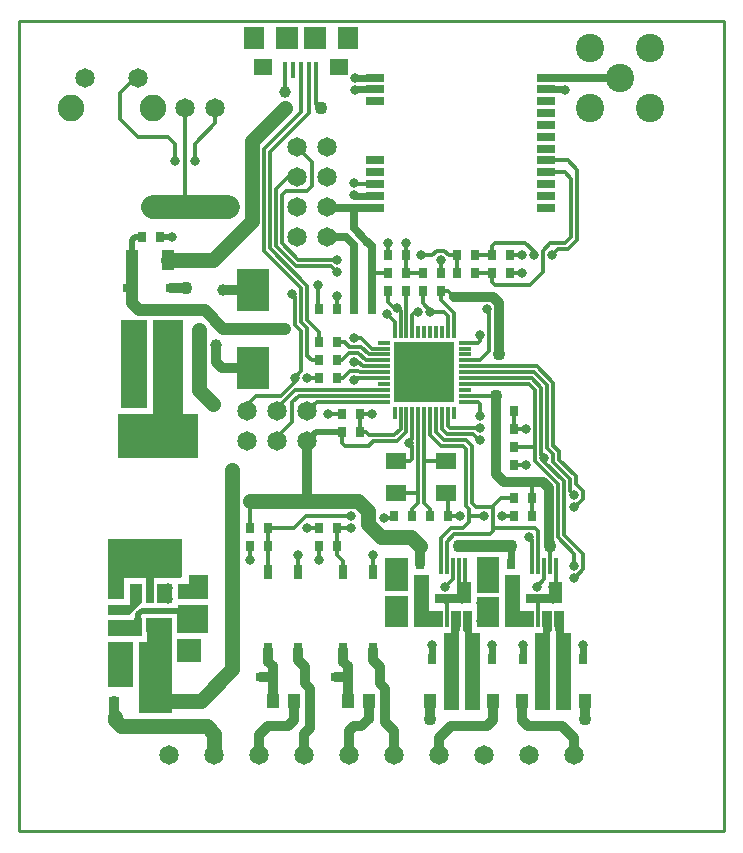
<source format=gbr>
G04 EAGLE Gerber RS-274X export*
G75*
%MOMM*%
%FSLAX34Y34*%
%LPD*%
%INTop Copper*%
%IPPOS*%
%AMOC8*
5,1,8,0,0,1.08239X$1,22.5*%
G01*
%ADD10R,0.762000X0.889000*%
%ADD11C,1.650000*%
%ADD12C,2.400000*%
%ADD13R,0.889000X0.762000*%
%ADD14R,1.016000X1.778000*%
%ADD15R,1.016000X0.304800*%
%ADD16R,0.304800X1.016000*%
%ADD17R,5.080000X5.080000*%
%ADD18R,0.762000X1.270000*%
%ADD19R,1.524000X0.700000*%
%ADD20R,1.016000X1.270000*%
%ADD21R,1.651000X1.397000*%
%ADD22R,1.800000X1.900000*%
%ADD23R,1.900000X1.900000*%
%ADD24R,1.600000X1.400000*%
%ADD25R,0.400000X1.400000*%
%ADD26R,2.794000X3.556000*%
%ADD27R,0.635000X1.143000*%
%ADD28R,5.461000X3.302000*%
%ADD29R,0.300000X1.397000*%
%ADD30C,2.250000*%
%ADD31C,0.806400*%
%ADD32C,0.304800*%
%ADD33C,1.006400*%
%ADD34C,0.609600*%
%ADD35C,0.508000*%
%ADD36C,0.685800*%
%ADD37C,0.812800*%
%ADD38C,1.106400*%
%ADD39C,0.762000*%
%ADD40C,1.016000*%
%ADD41C,1.270000*%
%ADD42C,2.032000*%
%ADD43C,0.635000*%
%ADD44C,0.254000*%

G36*
X151135Y316229D02*
X151135Y316229D01*
X151135Y316230D01*
X151135Y353060D01*
X151131Y353065D01*
X151130Y353065D01*
X138435Y353065D01*
X138435Y433070D01*
X138431Y433075D01*
X138430Y433075D01*
X113030Y433075D01*
X113025Y433071D01*
X113025Y433070D01*
X113025Y353065D01*
X83820Y353065D01*
X83815Y353061D01*
X83815Y353060D01*
X83815Y316230D01*
X83819Y316225D01*
X83820Y316225D01*
X151130Y316225D01*
X151135Y316229D01*
G37*
G36*
X88905Y196849D02*
X88905Y196849D01*
X88905Y196850D01*
X88905Y214625D01*
X137160Y214625D01*
X137165Y214629D01*
X137165Y214630D01*
X137165Y247650D01*
X137161Y247655D01*
X137160Y247655D01*
X74930Y247655D01*
X74925Y247651D01*
X74925Y247650D01*
X74925Y196850D01*
X74929Y196845D01*
X74930Y196845D01*
X88900Y196845D01*
X88905Y196849D01*
G37*
G36*
X129545Y100329D02*
X129545Y100329D01*
X129545Y100330D01*
X129545Y180340D01*
X129541Y180345D01*
X129540Y180345D01*
X107950Y180345D01*
X107945Y180341D01*
X107945Y180340D01*
X107945Y160025D01*
X101600Y160025D01*
X101595Y160021D01*
X101595Y160020D01*
X101595Y100330D01*
X101599Y100325D01*
X101600Y100325D01*
X129540Y100325D01*
X129545Y100329D01*
G37*
G36*
X107955Y358139D02*
X107955Y358139D01*
X107955Y358140D01*
X107955Y433070D01*
X107951Y433075D01*
X107950Y433075D01*
X86360Y433075D01*
X86355Y433071D01*
X86355Y433070D01*
X86355Y358140D01*
X86359Y358135D01*
X86360Y358135D01*
X107950Y358135D01*
X107955Y358139D01*
G37*
G36*
X389895Y102869D02*
X389895Y102869D01*
X389895Y102870D01*
X389895Y167640D01*
X389891Y167645D01*
X389890Y167645D01*
X383545Y167645D01*
X383545Y186690D01*
X383541Y186695D01*
X383540Y186695D01*
X375920Y186695D01*
X375915Y186691D01*
X375915Y186690D01*
X375915Y170180D01*
X375917Y170178D01*
X375916Y170176D01*
X377185Y168908D01*
X377185Y102870D01*
X377189Y102865D01*
X377190Y102865D01*
X389890Y102865D01*
X389895Y102869D01*
G37*
G36*
X467365Y102869D02*
X467365Y102869D01*
X467365Y102870D01*
X467365Y167640D01*
X467361Y167645D01*
X467360Y167645D01*
X461015Y167645D01*
X461015Y186690D01*
X461011Y186695D01*
X461010Y186695D01*
X453390Y186695D01*
X453385Y186691D01*
X453385Y186690D01*
X453385Y170180D01*
X453387Y170178D01*
X453386Y170176D01*
X454655Y168908D01*
X454655Y102870D01*
X454659Y102865D01*
X454660Y102865D01*
X467360Y102865D01*
X467365Y102869D01*
G37*
G36*
X372115Y102869D02*
X372115Y102869D01*
X372115Y102870D01*
X372115Y168908D01*
X373384Y170176D01*
X373384Y170179D01*
X373385Y170180D01*
X373385Y186690D01*
X373381Y186695D01*
X373380Y186695D01*
X365760Y186695D01*
X365755Y186691D01*
X365755Y186690D01*
X365755Y167645D01*
X359410Y167645D01*
X359405Y167641D01*
X359405Y167640D01*
X359405Y102870D01*
X359409Y102865D01*
X359410Y102865D01*
X372110Y102865D01*
X372115Y102869D01*
G37*
G36*
X449585Y102869D02*
X449585Y102869D01*
X449585Y102870D01*
X449585Y168908D01*
X450854Y170176D01*
X450854Y170179D01*
X450855Y170180D01*
X450855Y186690D01*
X450851Y186695D01*
X450850Y186695D01*
X443230Y186695D01*
X443225Y186691D01*
X443225Y186690D01*
X443225Y167645D01*
X436880Y167645D01*
X436875Y167641D01*
X436875Y167640D01*
X436875Y102870D01*
X436879Y102865D01*
X436880Y102865D01*
X449580Y102865D01*
X449585Y102869D01*
G37*
G36*
X96525Y121919D02*
X96525Y121919D01*
X96525Y121920D01*
X96525Y160020D01*
X96521Y160025D01*
X96520Y160025D01*
X74930Y160025D01*
X74925Y160021D01*
X74925Y160020D01*
X74925Y121920D01*
X74929Y121915D01*
X74930Y121915D01*
X96520Y121915D01*
X96525Y121919D01*
G37*
G36*
X358145Y172719D02*
X358145Y172719D01*
X358145Y172720D01*
X358145Y186690D01*
X358141Y186695D01*
X358140Y186695D01*
X346715Y186695D01*
X346715Y217170D01*
X346711Y217175D01*
X346710Y217175D01*
X334010Y217175D01*
X334005Y217171D01*
X334005Y217170D01*
X334005Y172720D01*
X334009Y172715D01*
X334010Y172715D01*
X358140Y172715D01*
X358145Y172719D01*
G37*
G36*
X435615Y172719D02*
X435615Y172719D01*
X435615Y172720D01*
X435615Y186690D01*
X435611Y186695D01*
X435610Y186695D01*
X424185Y186695D01*
X424185Y217170D01*
X424181Y217175D01*
X424180Y217175D01*
X411480Y217175D01*
X411475Y217171D01*
X411475Y217170D01*
X411475Y172720D01*
X411479Y172715D01*
X411480Y172715D01*
X435610Y172715D01*
X435615Y172719D01*
G37*
G36*
X160025Y167639D02*
X160025Y167639D01*
X160025Y167640D01*
X160025Y191770D01*
X160021Y191775D01*
X160020Y191775D01*
X134620Y191775D01*
X134615Y191771D01*
X134615Y191770D01*
X134615Y184155D01*
X133350Y184155D01*
X133345Y184151D01*
X133345Y184150D01*
X133345Y167640D01*
X133349Y167635D01*
X133350Y167635D01*
X160020Y167635D01*
X160025Y167639D01*
G37*
G36*
X406405Y201929D02*
X406405Y201929D01*
X406405Y201930D01*
X406405Y232410D01*
X406401Y232415D01*
X406400Y232415D01*
X387350Y232415D01*
X387345Y232411D01*
X387345Y232410D01*
X387345Y201930D01*
X387349Y201925D01*
X387350Y201925D01*
X406400Y201925D01*
X406405Y201929D01*
G37*
G36*
X328935Y203199D02*
X328935Y203199D01*
X328935Y203200D01*
X328935Y231140D01*
X328931Y231145D01*
X328930Y231145D01*
X309880Y231145D01*
X309875Y231141D01*
X309875Y231140D01*
X309875Y203200D01*
X309879Y203195D01*
X309880Y203195D01*
X328930Y203195D01*
X328935Y203199D01*
G37*
G36*
X328935Y172719D02*
X328935Y172719D01*
X328935Y172720D01*
X328935Y199390D01*
X328931Y199395D01*
X328930Y199395D01*
X309880Y199395D01*
X309875Y199391D01*
X309875Y199390D01*
X309875Y172720D01*
X309879Y172715D01*
X309880Y172715D01*
X328930Y172715D01*
X328935Y172719D01*
G37*
G36*
X406405Y172719D02*
X406405Y172719D01*
X406405Y172720D01*
X406405Y198120D01*
X406401Y198125D01*
X406400Y198125D01*
X387350Y198125D01*
X387345Y198121D01*
X387345Y198120D01*
X387345Y172720D01*
X387349Y172715D01*
X387350Y172715D01*
X406400Y172715D01*
X406405Y172719D01*
G37*
G36*
X160025Y196849D02*
X160025Y196849D01*
X160025Y196850D01*
X160025Y217170D01*
X160021Y217175D01*
X160020Y217175D01*
X143510Y217175D01*
X143505Y217171D01*
X143505Y217170D01*
X143505Y209555D01*
X134620Y209555D01*
X134615Y209551D01*
X134615Y209550D01*
X134615Y196850D01*
X134619Y196845D01*
X134620Y196845D01*
X160020Y196845D01*
X160025Y196849D01*
G37*
G36*
X104145Y165099D02*
X104145Y165099D01*
X104145Y165100D01*
X104145Y179070D01*
X104141Y179075D01*
X104140Y179075D01*
X74930Y179075D01*
X74925Y179071D01*
X74925Y179070D01*
X74925Y165100D01*
X74929Y165095D01*
X74930Y165095D01*
X104140Y165095D01*
X104145Y165099D01*
G37*
G36*
X153675Y143509D02*
X153675Y143509D01*
X153675Y143510D01*
X153675Y162560D01*
X153671Y162565D01*
X153670Y162565D01*
X133350Y162565D01*
X133345Y162561D01*
X133345Y162560D01*
X133345Y143510D01*
X133349Y143505D01*
X133350Y143505D01*
X153670Y143505D01*
X153675Y143509D01*
G37*
G36*
X92712Y182877D02*
X92712Y182877D01*
X92714Y182876D01*
X104144Y194306D01*
X104144Y194309D01*
X104145Y194310D01*
X104145Y209550D01*
X104141Y209555D01*
X104140Y209555D01*
X93980Y209555D01*
X93975Y209551D01*
X93975Y209550D01*
X93975Y191775D01*
X74930Y191775D01*
X74925Y191771D01*
X74925Y191770D01*
X74925Y182880D01*
X74929Y182875D01*
X74930Y182875D01*
X92710Y182875D01*
X92712Y182877D01*
G37*
G36*
X382275Y193039D02*
X382275Y193039D01*
X382275Y193040D01*
X382275Y210820D01*
X382271Y210825D01*
X382270Y210825D01*
X370840Y210825D01*
X370835Y210821D01*
X370835Y210820D01*
X370835Y200665D01*
X351790Y200665D01*
X351785Y200661D01*
X351785Y200660D01*
X351785Y193040D01*
X351789Y193035D01*
X351790Y193035D01*
X382270Y193035D01*
X382275Y193039D01*
G37*
G36*
X459745Y193039D02*
X459745Y193039D01*
X459745Y193040D01*
X459745Y210820D01*
X459741Y210825D01*
X459740Y210825D01*
X448310Y210825D01*
X448305Y210821D01*
X448305Y210820D01*
X448305Y200665D01*
X429260Y200665D01*
X429255Y200661D01*
X429255Y200660D01*
X429255Y193040D01*
X429259Y193035D01*
X429260Y193035D01*
X459740Y193035D01*
X459745Y193039D01*
G37*
G36*
X129545Y193039D02*
X129545Y193039D01*
X129545Y193040D01*
X129545Y209550D01*
X129541Y209555D01*
X129540Y209555D01*
X116840Y209555D01*
X116835Y209551D01*
X116835Y209550D01*
X116835Y193040D01*
X116839Y193035D01*
X116840Y193035D01*
X129540Y193035D01*
X129545Y193039D01*
G37*
D10*
X419100Y340360D03*
X403860Y340360D03*
X119380Y502920D03*
X104140Y502920D03*
X283210Y487680D03*
X298450Y487680D03*
X283210Y472440D03*
X298450Y472440D03*
X356870Y472440D03*
X341630Y472440D03*
X419100Y355600D03*
X403860Y355600D03*
X317500Y266700D03*
X332740Y266700D03*
X363220Y266700D03*
X347980Y266700D03*
X312420Y457200D03*
X327660Y457200D03*
X254000Y383540D03*
X269240Y383540D03*
X273050Y353060D03*
X288290Y353060D03*
D11*
X218440Y330200D03*
X193040Y355600D03*
X193040Y330200D03*
X243840Y355600D03*
X243840Y330200D03*
X218440Y355600D03*
X234950Y502920D03*
X260350Y579120D03*
X260350Y553720D03*
X234950Y579120D03*
X234950Y553720D03*
X234950Y528320D03*
X260350Y528320D03*
X260350Y502920D03*
D12*
X508450Y637540D03*
X483050Y662940D03*
X483050Y612140D03*
X533850Y612140D03*
X533850Y662940D03*
D13*
X128905Y459740D03*
X92075Y459740D03*
X117475Y110490D03*
X80645Y110490D03*
D14*
X125730Y483870D03*
X95250Y483870D03*
D15*
X308610Y413620D03*
X308610Y408620D03*
X308610Y403620D03*
X308610Y398620D03*
X308610Y393620D03*
X308610Y388620D03*
X308610Y383620D03*
X308610Y378620D03*
X308610Y373620D03*
X308610Y368620D03*
X308610Y363620D03*
D16*
X317900Y354330D03*
X322900Y354330D03*
X327900Y354330D03*
X332900Y354330D03*
X337900Y354330D03*
X342900Y354330D03*
X347900Y354330D03*
X352900Y354330D03*
X357900Y354330D03*
X362900Y354330D03*
X367900Y354330D03*
D15*
X377190Y363620D03*
X377190Y368620D03*
X377190Y373620D03*
X377190Y378620D03*
X377190Y383620D03*
X377190Y388620D03*
X377190Y393620D03*
X377190Y398620D03*
X377190Y403620D03*
X377190Y408620D03*
X377190Y413620D03*
D16*
X367900Y422910D03*
X362900Y422910D03*
X357900Y422910D03*
X352900Y422910D03*
X347900Y422910D03*
X342900Y422910D03*
X337900Y422910D03*
X332900Y422910D03*
X327900Y422910D03*
X322900Y422910D03*
X317900Y422910D03*
D17*
X342900Y388620D03*
D18*
X210820Y153690D03*
X236220Y153690D03*
X236220Y219690D03*
X210820Y219690D03*
X274320Y153690D03*
X299720Y153690D03*
X299720Y219690D03*
X274320Y219690D03*
D19*
X445770Y527970D03*
X445770Y537970D03*
X445770Y547970D03*
X445770Y557970D03*
X445770Y567970D03*
X445770Y577970D03*
X445770Y587970D03*
X445770Y597970D03*
X445770Y607970D03*
X445770Y617970D03*
X445770Y627970D03*
X445770Y637970D03*
X300990Y637970D03*
X300990Y627970D03*
X300990Y617970D03*
X300990Y567970D03*
X300990Y557970D03*
X300990Y547970D03*
X300990Y537970D03*
X300990Y527970D03*
D10*
X273050Y337820D03*
X288290Y337820D03*
X254000Y414020D03*
X269240Y414020D03*
D20*
X232410Y110490D03*
X214630Y110490D03*
D10*
X195580Y256540D03*
X210820Y256540D03*
D20*
X295910Y110490D03*
X278130Y110490D03*
D10*
X254000Y256540D03*
X269240Y256540D03*
X254000Y398780D03*
X269240Y398780D03*
X415290Y487680D03*
X400050Y487680D03*
X269240Y441960D03*
X254000Y441960D03*
X386080Y487680D03*
X370840Y487680D03*
X415290Y472440D03*
X400050Y472440D03*
X386080Y472440D03*
X370840Y472440D03*
X327660Y487680D03*
X312420Y487680D03*
X327660Y472440D03*
X312420Y472440D03*
D21*
X319405Y286385D03*
X361315Y286385D03*
X361315Y313055D03*
X319405Y313055D03*
D22*
X278450Y671300D03*
D23*
X250450Y671300D03*
D22*
X198450Y671300D03*
D23*
X226450Y671300D03*
D24*
X270450Y647300D03*
X206450Y647300D03*
D25*
X238450Y644300D03*
X244950Y644300D03*
X251450Y644300D03*
X231950Y644300D03*
X225450Y644300D03*
D26*
X198120Y392430D03*
X198120Y458470D03*
D10*
X341630Y457200D03*
X356870Y457200D03*
D27*
X100990Y174625D03*
X110490Y174625D03*
X119990Y174625D03*
X119990Y198755D03*
X110490Y198755D03*
X100990Y198755D03*
D14*
X83820Y133350D03*
X114300Y133350D03*
X95250Y368300D03*
X125730Y368300D03*
X95250Y392430D03*
X125730Y392430D03*
D28*
X110490Y332740D03*
X110490Y231140D03*
D13*
X82550Y201930D03*
X82550Y186690D03*
D10*
X102870Y411480D03*
X118110Y411480D03*
D13*
X138430Y157480D03*
X138430Y172720D03*
X153670Y201930D03*
X153670Y186690D03*
X138430Y186690D03*
X138430Y201930D03*
D10*
X444500Y161290D03*
X459740Y161290D03*
X195580Y241300D03*
X210820Y241300D03*
X254000Y241300D03*
X269240Y241300D03*
X401320Y193040D03*
X416560Y193040D03*
X401320Y177800D03*
X416560Y177800D03*
X434340Y266700D03*
X419100Y266700D03*
X434340Y281940D03*
X419100Y281940D03*
X416560Y226060D03*
X401320Y226060D03*
D20*
X400050Y209550D03*
X417830Y209550D03*
D10*
X367030Y161290D03*
X382270Y161290D03*
X323850Y177800D03*
X339090Y177800D03*
X323850Y193040D03*
X339090Y193040D03*
D20*
X322580Y209550D03*
X340360Y209550D03*
D10*
X339090Y226060D03*
X323850Y226060D03*
D29*
X377030Y224155D03*
X372030Y224155D03*
X367030Y224155D03*
X362030Y224155D03*
X357030Y224155D03*
X357030Y179705D03*
X362030Y179705D03*
X367030Y179705D03*
X372030Y179705D03*
X377030Y179705D03*
X454500Y224155D03*
X449500Y224155D03*
X444500Y224155D03*
X439500Y224155D03*
X434500Y224155D03*
X434500Y179705D03*
X439500Y179705D03*
X444500Y179705D03*
X449500Y179705D03*
X454500Y179705D03*
D10*
X403860Y325120D03*
X419100Y325120D03*
X403860Y309880D03*
X419100Y309880D03*
D11*
X393700Y64770D03*
X355600Y64770D03*
X317500Y64770D03*
X279400Y64770D03*
X241300Y64770D03*
X203200Y64770D03*
X165100Y64770D03*
X127000Y64770D03*
X431800Y64770D03*
X469900Y64770D03*
X100950Y637540D03*
X55950Y637540D03*
D30*
X113450Y612540D03*
X43450Y612540D03*
D11*
X140750Y612140D03*
X166150Y612140D03*
D20*
X365760Y129540D03*
X383540Y129540D03*
X443230Y129540D03*
X461010Y129540D03*
X347980Y110490D03*
X365760Y110490D03*
X401320Y110490D03*
X383540Y110490D03*
X425450Y110490D03*
X443230Y110490D03*
X478790Y110490D03*
X461010Y110490D03*
D13*
X205105Y130810D03*
X241935Y130810D03*
X268605Y130810D03*
X305435Y130810D03*
D10*
X283210Y457200D03*
X298450Y457200D03*
X283210Y441960D03*
X298450Y441960D03*
X91440Y152400D03*
X106680Y152400D03*
X102870Y426720D03*
X118110Y426720D03*
X364490Y146050D03*
X349250Y146050D03*
X384810Y146050D03*
X400050Y146050D03*
X441960Y146050D03*
X426720Y146050D03*
X462280Y146050D03*
X477520Y146050D03*
D31*
X308610Y265430D03*
X373380Y266700D03*
D32*
X317500Y266700D02*
X316230Y265430D01*
X308610Y265430D01*
X363220Y266700D02*
X373380Y266700D01*
X363220Y266700D02*
X363220Y284480D01*
X361315Y286385D01*
D31*
X389890Y351790D03*
D32*
X389890Y361950D01*
D31*
X330200Y328930D03*
D32*
X332900Y331630D01*
X330200Y328930D02*
X332820Y326310D01*
X330835Y313055D02*
X319405Y313055D01*
X332820Y315040D02*
X332820Y326310D01*
X332820Y315040D02*
X330835Y313055D01*
D31*
X261620Y353060D03*
D32*
X273050Y353060D01*
D31*
X389890Y420370D03*
D32*
X388220Y413620D02*
X377190Y413620D01*
X389890Y415290D02*
X389890Y420370D01*
X389890Y415290D02*
X388220Y413620D01*
D31*
X129540Y502920D03*
X283210Y397510D03*
D32*
X287020Y397510D01*
D31*
X243840Y383540D03*
D32*
X254000Y383540D01*
D31*
X320040Y443230D03*
D32*
X322900Y440370D02*
X322900Y422910D01*
X322900Y440370D02*
X320040Y443230D01*
D33*
X224790Y626110D03*
D31*
X284480Y637540D03*
X284480Y627380D03*
X462280Y627380D03*
X283210Y538480D03*
D34*
X284910Y637970D02*
X300990Y637970D01*
X284910Y637970D02*
X284480Y637540D01*
X285070Y627970D02*
X300990Y627970D01*
X285070Y627970D02*
X284480Y627380D01*
X283720Y537970D02*
X300990Y537970D01*
X283720Y537970D02*
X283210Y538480D01*
X445770Y627970D02*
X461690Y627970D01*
X462280Y627380D01*
D31*
X347980Y439420D03*
X198120Y671830D03*
D32*
X196840Y671830D01*
X198450Y671300D01*
D31*
X227330Y671830D03*
D32*
X226800Y671300D01*
X226450Y671300D01*
D31*
X250190Y671830D03*
D32*
X250190Y671317D01*
X250450Y671300D01*
D31*
X279400Y671830D03*
D32*
X278870Y671300D01*
X278450Y671300D01*
D31*
X207010Y646430D03*
D32*
X206159Y647281D01*
X206450Y647300D01*
D31*
X270510Y646430D03*
D32*
X270450Y646490D01*
X270450Y647300D01*
D31*
X92710Y426720D03*
X92710Y411480D03*
X104140Y392430D03*
X104140Y368300D03*
X125730Y205740D03*
X125730Y196850D03*
X148590Y157480D03*
X81280Y156210D03*
X81280Y146050D03*
D35*
X119380Y502920D02*
X129540Y502920D01*
D31*
X313690Y193040D03*
X313690Y177800D03*
X391160Y193040D03*
X391160Y177800D03*
X360680Y196850D03*
X374650Y196850D03*
X374650Y207010D03*
D32*
X362030Y196850D02*
X362030Y179705D01*
X362030Y196850D02*
X360680Y196850D01*
X372030Y207010D02*
X372030Y224155D01*
X372030Y207010D02*
X374650Y207010D01*
X377030Y207010D02*
X377030Y224155D01*
X377030Y207010D02*
X374650Y207010D01*
D31*
X452120Y207010D03*
X438150Y196850D03*
X452120Y196850D03*
D32*
X439500Y195500D02*
X439500Y179705D01*
X439500Y195500D02*
X438150Y196850D01*
X454500Y209390D02*
X454500Y224155D01*
X454500Y209390D02*
X452120Y207010D01*
X341630Y447040D02*
X341630Y457200D01*
X347980Y440690D02*
X347980Y439420D01*
X347980Y440690D02*
X341630Y447040D01*
D31*
X138430Y147320D03*
X325120Y406400D03*
X360680Y406400D03*
X360680Y370840D03*
X325120Y370840D03*
D32*
X325120Y388620D02*
X342900Y388620D01*
X325120Y388620D02*
X325120Y406400D01*
X342900Y406400D02*
X342900Y388620D01*
X342900Y406400D02*
X360680Y406400D01*
X360680Y388620D02*
X342900Y388620D01*
X360680Y388620D02*
X360680Y370840D01*
X342900Y370840D02*
X342900Y388620D01*
X342900Y370840D02*
X325120Y370840D01*
X362900Y422910D02*
X362900Y435930D01*
D31*
X299720Y233680D03*
D32*
X299720Y219690D01*
D31*
X195580Y229870D03*
X236220Y233680D03*
X254000Y229870D03*
D32*
X195580Y229870D02*
X195580Y241300D01*
X236220Y233680D02*
X236220Y219690D01*
X254000Y229870D02*
X254000Y241300D01*
X225450Y626770D02*
X225450Y644300D01*
X225450Y626770D02*
X224790Y626110D01*
X359410Y439420D02*
X362900Y435930D01*
X359410Y439420D02*
X347980Y439420D01*
X419100Y355600D02*
X419100Y340360D01*
D31*
X429260Y340360D03*
D32*
X419100Y340360D01*
D36*
X283210Y472440D02*
X283210Y487680D01*
X283210Y496570D01*
X276860Y502920D02*
X260350Y502920D01*
X276860Y502920D02*
X283210Y496570D01*
D31*
X356870Y483870D03*
D32*
X356870Y472440D01*
D33*
X172720Y458470D03*
D37*
X198120Y458470D01*
D32*
X290910Y393620D02*
X308610Y393620D01*
X290910Y393620D02*
X287020Y397510D01*
X332900Y354330D02*
X332900Y331630D01*
X377190Y363620D02*
X388220Y363620D01*
X389890Y361950D01*
D36*
X283210Y457200D02*
X283210Y472440D01*
X283210Y457200D02*
X283210Y441960D01*
D32*
X317500Y443230D02*
X320040Y443230D01*
X317500Y443230D02*
X312420Y448310D01*
X312420Y457200D01*
D31*
X349250Y157480D03*
X400050Y157480D03*
X426720Y157480D03*
X477520Y157480D03*
D34*
X349250Y157480D02*
X349250Y146050D01*
X400050Y146050D02*
X400050Y157480D01*
X426720Y157480D02*
X426720Y146050D01*
X477520Y146050D02*
X477520Y157480D01*
D31*
X283210Y548640D03*
D32*
X283880Y547970D02*
X300990Y547970D01*
X283880Y547970D02*
X283210Y548640D01*
X327660Y487680D02*
X327660Y472440D01*
D31*
X327660Y497840D03*
D32*
X327660Y487680D01*
X327660Y472440D02*
X341630Y472440D01*
D31*
X311150Y438150D03*
D32*
X317900Y431400D02*
X317900Y422910D01*
X317900Y431400D02*
X311150Y438150D01*
D38*
X176530Y528320D03*
D39*
X153670Y201930D02*
X138430Y201930D01*
D31*
X149860Y212090D03*
D38*
X144780Y323850D03*
X113030Y528320D03*
X132080Y411480D03*
X195580Y279400D03*
X449580Y241300D03*
X416560Y241300D03*
X372110Y241300D03*
D40*
X416560Y241300D01*
D32*
X449500Y241220D02*
X449500Y224155D01*
X449500Y241220D02*
X449580Y241300D01*
D38*
X339090Y241300D03*
D37*
X339090Y226060D01*
D34*
X416560Y226060D02*
X416560Y241300D01*
D32*
X367900Y422910D02*
X367900Y438550D01*
X356870Y449580D01*
X356870Y457200D01*
D31*
X243840Y256540D03*
D32*
X254000Y256540D01*
X195580Y256540D02*
X195580Y279400D01*
D37*
X448310Y290830D02*
X448310Y242570D01*
X449580Y241300D01*
X448310Y290830D02*
X443230Y295910D01*
X434340Y295910D01*
X410210Y295910D01*
D32*
X434340Y295910D02*
X434340Y281940D01*
X434340Y266700D01*
D37*
X403860Y340360D02*
X403860Y355600D01*
X403860Y340360D02*
X403860Y325120D01*
X403860Y309880D01*
X403860Y302260D02*
X410210Y295910D01*
X403860Y302260D02*
X403860Y309880D01*
D38*
X403860Y368300D03*
D37*
X403860Y355600D01*
D35*
X251460Y337820D02*
X243840Y330200D01*
X251460Y337820D02*
X273050Y337820D01*
D32*
X273050Y328930D02*
X275590Y326390D01*
X273050Y328930D02*
X273050Y337820D01*
X275590Y326390D02*
X295910Y326390D01*
X299720Y330200D02*
X320040Y330200D01*
X299720Y330200D02*
X295910Y326390D01*
D31*
X368300Y452120D03*
D32*
X363220Y457200D01*
X356870Y457200D01*
D37*
X368300Y452120D02*
X401341Y452120D01*
X406400Y447061D01*
D32*
X403540Y368620D02*
X377190Y368620D01*
X403540Y368620D02*
X403860Y368300D01*
D37*
X406400Y403860D02*
X406400Y447061D01*
D38*
X406400Y403860D03*
D32*
X327900Y354330D02*
X327900Y338060D01*
X320040Y330200D01*
D38*
X132080Y426720D03*
D41*
X294926Y271494D02*
X294926Y260064D01*
X306070Y248920D01*
X331470Y248920D02*
X339090Y241300D01*
X331470Y248920D02*
X306070Y248920D01*
X243840Y279400D02*
X195580Y279400D01*
X243840Y279400D02*
X287020Y279400D01*
X294926Y271494D01*
D31*
X243840Y279400D03*
D37*
X243840Y330200D01*
D33*
X166370Y411480D03*
D37*
X166370Y397510D01*
X171450Y392430D02*
X198120Y392430D01*
X171450Y392430D02*
X166370Y397510D01*
D42*
X140970Y528320D02*
X113030Y528320D01*
X140970Y528320D02*
X176530Y528320D01*
D32*
X140750Y528540D02*
X140750Y612140D01*
X140750Y528540D02*
X140970Y528320D01*
X251860Y363620D02*
X243840Y355600D01*
X251860Y363620D02*
X308610Y363620D01*
X231140Y346710D02*
X218440Y334010D01*
X218440Y330200D01*
X231140Y363220D02*
X236540Y368620D01*
X231140Y363220D02*
X231140Y346710D01*
X236540Y368620D02*
X308610Y368620D01*
X319405Y286385D02*
X337900Y286385D01*
X337900Y278210D01*
X332740Y273050D01*
X332740Y266700D01*
X337900Y286385D02*
X337900Y354330D01*
X342900Y313055D02*
X361315Y313055D01*
X342900Y313055D02*
X342900Y278130D01*
X347980Y273050D01*
X347980Y266700D01*
X342900Y313055D02*
X342900Y354330D01*
X289560Y410210D02*
X279400Y410210D01*
X275590Y414020D01*
X269240Y414020D01*
X296150Y403620D02*
X308610Y403620D01*
X296150Y403620D02*
X289560Y410210D01*
X287020Y405130D02*
X279400Y405130D01*
X273050Y398780D01*
X269240Y398780D01*
X293530Y398620D02*
X308610Y398620D01*
X293530Y398620D02*
X287020Y405130D01*
X218440Y358140D02*
X218440Y355600D01*
X218440Y358140D02*
X233920Y373620D01*
X308610Y373620D01*
X327900Y456960D02*
X327660Y457200D01*
X327900Y456960D02*
X327900Y422910D01*
D31*
X283210Y382270D03*
D32*
X284560Y383620D02*
X308610Y383620D01*
X284560Y383620D02*
X283210Y382270D01*
D31*
X283210Y417830D03*
D32*
X289560Y417830D01*
X298770Y408620D02*
X308610Y408620D01*
X298770Y408620D02*
X289560Y417830D01*
D40*
X95250Y459740D02*
X95250Y483870D01*
X95250Y459740D02*
X95250Y447040D01*
X101092Y441198D01*
D37*
X95250Y459740D02*
X92075Y459740D01*
D35*
X97790Y502920D02*
X104140Y502920D01*
X97790Y502920D02*
X95250Y500380D01*
X95250Y483870D01*
D31*
X224790Y425450D03*
D40*
X156972Y441198D02*
X101092Y441198D01*
X172720Y425450D02*
X224790Y425450D01*
X172720Y425450D02*
X156972Y441198D01*
D32*
X280099Y389890D02*
X287020Y389890D01*
X273749Y383540D02*
X269240Y383540D01*
X273749Y383540D02*
X280099Y389890D01*
X288290Y388620D02*
X308610Y388620D01*
X288290Y388620D02*
X287020Y389890D01*
X386080Y487680D02*
X400050Y487680D01*
X400050Y495300D01*
X402590Y497840D01*
D31*
X435610Y487680D03*
D32*
X435610Y490791D01*
X428561Y497840D01*
X402590Y497840D01*
D31*
X450850Y487680D03*
D32*
X455930Y492760D01*
X464384Y492760D02*
X472440Y500816D01*
X464384Y492760D02*
X455930Y492760D01*
X464540Y567970D02*
X445770Y567970D01*
X472440Y560070D02*
X472440Y500816D01*
X472440Y560070D02*
X464540Y567970D01*
D36*
X260700Y527970D02*
X260350Y528320D01*
X283210Y527970D02*
X300990Y527970D01*
X283210Y527970D02*
X260700Y527970D01*
X283210Y527970D02*
X283210Y510540D01*
X294640Y499110D01*
X298450Y495300D01*
X298450Y487680D01*
X298450Y472440D01*
D32*
X312420Y472440D01*
D31*
X294640Y499110D03*
X340360Y487680D03*
D32*
X349821Y487680D02*
X353631Y491490D01*
X349821Y487680D02*
X340360Y487680D01*
X353631Y491490D02*
X359981Y491490D01*
X363791Y487680D02*
X370840Y487680D01*
X363791Y487680D02*
X359981Y491490D01*
X370840Y487680D02*
X370840Y472440D01*
D36*
X298450Y472440D02*
X298450Y457200D01*
X298450Y441960D01*
D31*
X431800Y248920D03*
D32*
X434500Y246220D02*
X434500Y224155D01*
X434500Y246220D02*
X431800Y248920D01*
D31*
X408940Y266700D03*
X393700Y266700D03*
D32*
X375920Y326390D02*
X356870Y326390D01*
X357030Y247810D02*
X357030Y224155D01*
X357030Y247810D02*
X365958Y256738D01*
X408940Y266700D02*
X419100Y266700D01*
X378460Y323850D02*
X375920Y326390D01*
X378460Y275590D02*
X381000Y273050D01*
X378460Y275590D02*
X378460Y323850D01*
X376118Y256738D02*
X365958Y256738D01*
X381000Y261620D02*
X381000Y266700D01*
X381000Y273050D01*
X381000Y261620D02*
X376118Y256738D01*
X381000Y266700D02*
X393700Y266700D01*
X347900Y335360D02*
X347900Y354330D01*
X347900Y335360D02*
X356870Y326390D01*
X359410Y331470D02*
X378460Y331470D01*
X362030Y245190D02*
X362030Y224155D01*
X383540Y326390D02*
X378460Y331470D01*
X383540Y326390D02*
X383540Y277694D01*
X386914Y274320D01*
X401288Y269843D02*
X401288Y256540D01*
X401288Y269843D02*
X401320Y269875D01*
X401320Y274320D01*
X401320Y275590D01*
X407670Y281940D01*
X419100Y281940D01*
X401320Y274320D02*
X386914Y274320D01*
X368300Y251460D02*
X362030Y245190D01*
X436880Y256540D02*
X439500Y253920D01*
X436880Y256540D02*
X401288Y256540D01*
X439500Y253920D02*
X439500Y224155D01*
X398748Y251460D02*
X368300Y251460D01*
X398748Y251460D02*
X401288Y254000D01*
X401288Y256540D01*
X352900Y337980D02*
X352900Y354330D01*
X352900Y337980D02*
X359410Y331470D01*
X254000Y414020D02*
X254000Y422910D01*
X243840Y433070D01*
X243840Y461882D02*
X212090Y493632D01*
X243840Y461882D02*
X243840Y433070D01*
X212090Y493632D02*
X212090Y575310D01*
X244950Y608170D02*
X244950Y644300D01*
X244950Y608170D02*
X212090Y575310D01*
X247650Y398780D02*
X254000Y398780D01*
X207010Y491527D02*
X207010Y577414D01*
X238450Y608854D02*
X238450Y644300D01*
X238450Y608854D02*
X207010Y577414D01*
X243840Y402590D02*
X247650Y398780D01*
X243840Y425886D02*
X238760Y430966D01*
X243840Y425886D02*
X243840Y402590D01*
X238760Y430966D02*
X238760Y459777D01*
X207010Y491527D01*
D36*
X445770Y637970D02*
X505470Y637970D01*
X508450Y637540D01*
D31*
X312420Y497840D03*
D32*
X312420Y487680D01*
D31*
X396240Y441960D03*
D32*
X389730Y398620D02*
X377190Y398620D01*
X389730Y398620D02*
X397478Y406368D01*
X397478Y440722D02*
X396240Y441960D01*
X397478Y440722D02*
X397478Y406368D01*
D31*
X425450Y487680D03*
D32*
X415290Y487680D01*
D31*
X425450Y472440D03*
D32*
X415290Y472440D01*
D37*
X241300Y82550D02*
X241300Y64770D01*
X241300Y82550D02*
X246380Y87630D01*
X246380Y120650D01*
X241935Y125095D02*
X241935Y130810D01*
X241935Y125095D02*
X246380Y120650D01*
X236220Y144780D02*
X236220Y153690D01*
X241935Y139065D02*
X241935Y130810D01*
X241935Y139065D02*
X236220Y144780D01*
X232410Y110490D02*
X232410Y93980D01*
X227330Y88900D01*
X210820Y88900D01*
X203200Y81280D02*
X203200Y64770D01*
X203200Y81280D02*
X210820Y88900D01*
D38*
X140970Y459740D03*
D37*
X128905Y459740D01*
D38*
X152400Y424180D03*
D41*
X153670Y110490D02*
X117475Y110490D01*
X153670Y110490D02*
X180340Y137160D01*
D38*
X180340Y306070D03*
D41*
X180340Y137160D01*
D38*
X163830Y361950D03*
D41*
X152400Y373380D01*
X152400Y424180D01*
D31*
X298450Y353060D03*
D32*
X288290Y353060D02*
X288290Y337820D01*
D31*
X233680Y383540D03*
D32*
X200660Y368300D02*
X193040Y360680D01*
X193040Y355600D01*
X288290Y337820D02*
X293370Y337820D01*
X295910Y335280D02*
X317500Y335280D01*
X295910Y335280D02*
X293370Y337820D01*
X221416Y368300D02*
X200660Y368300D01*
X233680Y380564D02*
X233680Y383540D01*
X233680Y380564D02*
X221416Y368300D01*
D31*
X231140Y454660D03*
X132080Y567690D03*
D32*
X100330Y588010D02*
X85400Y602940D01*
X85400Y625150D01*
X97790Y637540D02*
X100950Y637540D01*
X97790Y637540D02*
X85400Y625150D01*
X288290Y353060D02*
X298450Y353060D01*
X322900Y354330D02*
X322900Y340680D01*
X317500Y335280D01*
X236252Y386112D02*
X233680Y383540D01*
X236252Y386112D02*
X236252Y386683D01*
X238760Y389191D01*
X238760Y423782D01*
X233680Y428862D01*
X233680Y452120D01*
X231140Y454660D01*
X125730Y588010D02*
X100330Y588010D01*
X132080Y581660D02*
X132080Y567690D01*
X132080Y581660D02*
X125730Y588010D01*
D43*
X110490Y218440D02*
X110490Y198755D01*
D34*
X110490Y218440D02*
X110490Y231140D01*
D35*
X100990Y183540D02*
X100990Y174625D01*
X104140Y186690D02*
X138430Y186690D01*
X104140Y186690D02*
X100990Y183540D01*
D31*
X280670Y256540D03*
D32*
X269240Y256540D02*
X269240Y241300D01*
X269240Y233680D02*
X274320Y228600D01*
X269240Y233680D02*
X269240Y241300D01*
X274320Y228600D02*
X274320Y219690D01*
X269240Y256540D02*
X280670Y256540D01*
D31*
X469900Y274320D03*
D32*
X472472Y276892D01*
X473043Y276892D01*
X477488Y281337D01*
X477488Y287623D02*
X471170Y293941D01*
X477488Y287623D02*
X477488Y281337D01*
X471170Y293941D02*
X471170Y300299D01*
X457168Y314301D01*
X457168Y321477D02*
X452120Y326525D01*
X457168Y321477D02*
X457168Y314301D01*
X452120Y326525D02*
X452120Y379693D01*
X438193Y393620D02*
X377190Y393620D01*
X438193Y393620D02*
X452120Y379693D01*
D31*
X280670Y266700D03*
D32*
X210820Y256540D02*
X210820Y241300D01*
X210820Y219690D01*
X242570Y266700D02*
X280670Y266700D01*
X242570Y266700D02*
X232410Y256540D01*
X210820Y256540D01*
D31*
X469900Y284480D03*
D32*
X466090Y288290D01*
X466090Y298195D01*
X452088Y312197D02*
X452088Y319373D01*
X452088Y312197D02*
X466090Y298195D01*
X452088Y319373D02*
X447040Y324421D01*
X447040Y377589D01*
X436009Y388620D02*
X377190Y388620D01*
X436009Y388620D02*
X447040Y377589D01*
D37*
X317500Y85090D02*
X317500Y64770D01*
X317500Y85090D02*
X309880Y92710D01*
X309880Y120650D01*
X305435Y125095D02*
X305435Y130810D01*
X305435Y125095D02*
X309880Y120650D01*
X299720Y144780D02*
X299720Y153690D01*
X305435Y139065D02*
X305435Y130810D01*
X305435Y139065D02*
X299720Y144780D01*
X295910Y110490D02*
X295910Y95250D01*
X289560Y88900D01*
X283210Y88900D01*
X279400Y85090D01*
X279400Y64770D01*
D38*
X224790Y612140D03*
X255270Y612140D03*
D32*
X251450Y615960D02*
X251450Y644300D01*
X251450Y615960D02*
X255270Y612140D01*
D41*
X224790Y612140D02*
X197104Y584454D01*
X197104Y516890D01*
X164084Y483870D01*
X125730Y483870D01*
D31*
X360680Y207010D03*
D32*
X367030Y213360D02*
X367030Y224155D01*
X367030Y213360D02*
X360680Y207010D01*
D31*
X469900Y224790D03*
D32*
X469900Y234950D01*
X455930Y248920D01*
X455930Y293986D01*
X436880Y313036D01*
X436880Y325120D01*
X436880Y373380D01*
X436880Y325120D02*
X419100Y325120D01*
X436880Y373380D02*
X431640Y378620D01*
X377190Y378620D01*
D31*
X252730Y462280D03*
D32*
X252730Y443230D01*
X254000Y441960D01*
D31*
X148590Y567690D03*
D32*
X166150Y599220D02*
X166150Y612140D01*
X166150Y599220D02*
X148590Y581660D01*
X148590Y567690D01*
D31*
X438150Y207010D03*
D32*
X444500Y213360D02*
X444500Y224155D01*
X444500Y213360D02*
X438150Y207010D01*
D31*
X429260Y309880D03*
D32*
X419100Y309880D01*
D31*
X444500Y316230D03*
D32*
X441960Y318770D01*
X441960Y375484D01*
D31*
X469900Y214630D03*
D32*
X470471Y214630D02*
X477488Y221647D01*
X470471Y214630D02*
X469900Y214630D01*
X477488Y234546D02*
X461010Y251024D01*
X477488Y234546D02*
X477488Y221647D01*
X461010Y251024D02*
X461010Y296091D01*
X444500Y312601D02*
X444500Y316230D01*
X444500Y312601D02*
X461010Y296091D01*
X441960Y375484D02*
X433824Y383620D01*
X377190Y383620D01*
D31*
X337820Y439420D03*
D32*
X332900Y437040D02*
X332900Y422910D01*
X335280Y439420D02*
X337820Y439420D01*
X335280Y439420D02*
X332900Y437040D01*
D31*
X269240Y453390D03*
D32*
X269240Y441960D01*
D31*
X389890Y341630D03*
D32*
X364490Y341630D01*
X247650Y566420D02*
X234950Y579120D01*
X247650Y546100D02*
X243464Y541914D01*
X247650Y546100D02*
X247650Y566420D01*
X243464Y541914D02*
X225684Y541914D01*
X222250Y538480D01*
X222250Y497840D01*
X236220Y483870D01*
D31*
X269240Y483870D03*
D32*
X236220Y483870D01*
X362900Y354330D02*
X362900Y343220D01*
X364490Y341630D01*
D31*
X389890Y331470D03*
D32*
X389319Y331470D01*
X384239Y336550D01*
X361950Y336550D01*
X234950Y553720D02*
X227330Y553720D01*
X217170Y543560D01*
X217170Y495736D01*
X234116Y478790D01*
D31*
X269240Y473710D03*
D32*
X268669Y473710D01*
X263589Y478790D01*
X234116Y478790D01*
X357900Y354330D02*
X357900Y340600D01*
X361950Y336550D01*
D38*
X347980Y95250D03*
D37*
X347980Y110490D01*
X396240Y88900D02*
X401320Y93980D01*
X396240Y88900D02*
X365760Y88900D01*
X355600Y78740D01*
X355600Y64770D01*
X401320Y93980D02*
X401320Y110490D01*
X425450Y110490D02*
X425450Y93980D01*
X430530Y88900D02*
X459740Y88900D01*
X469900Y78740D01*
X469900Y64770D01*
X430530Y88900D02*
X425450Y93980D01*
D38*
X478790Y95250D03*
D37*
X478790Y110490D01*
X214630Y110490D02*
X214630Y130810D01*
X214630Y139700D01*
X210820Y143510D02*
X210820Y153690D01*
X210820Y143510D02*
X214630Y139700D01*
X214630Y130810D02*
X205105Y130810D01*
X278130Y130810D02*
X278130Y110490D01*
X278130Y130810D02*
X278130Y139700D01*
X274320Y143510D02*
X274320Y153690D01*
X274320Y143510D02*
X278130Y139700D01*
X278130Y130810D02*
X268605Y130810D01*
D32*
X386080Y472440D02*
X400050Y472440D01*
X400050Y464820D01*
X402590Y462280D01*
X432371Y462280D01*
X443198Y473107D01*
X443198Y491458D02*
X449580Y497840D01*
X462280Y497840D01*
X443198Y491458D02*
X443198Y473107D01*
X462280Y497840D02*
X467360Y502920D01*
X461840Y557970D02*
X445770Y557970D01*
X467360Y552450D02*
X467360Y502920D01*
X467360Y552450D02*
X461840Y557970D01*
D41*
X165100Y82550D02*
X165100Y64770D01*
X165100Y82550D02*
X158750Y88900D01*
X86360Y88900D01*
X81280Y93980D02*
X81280Y96520D01*
X81280Y93980D02*
X86360Y88900D01*
D37*
X80645Y97155D02*
X80645Y110490D01*
X80645Y97155D02*
X81280Y96520D01*
D44*
X0Y0D02*
X596900Y0D01*
X596900Y685800D01*
X0Y685800D01*
X0Y0D01*
M02*

</source>
